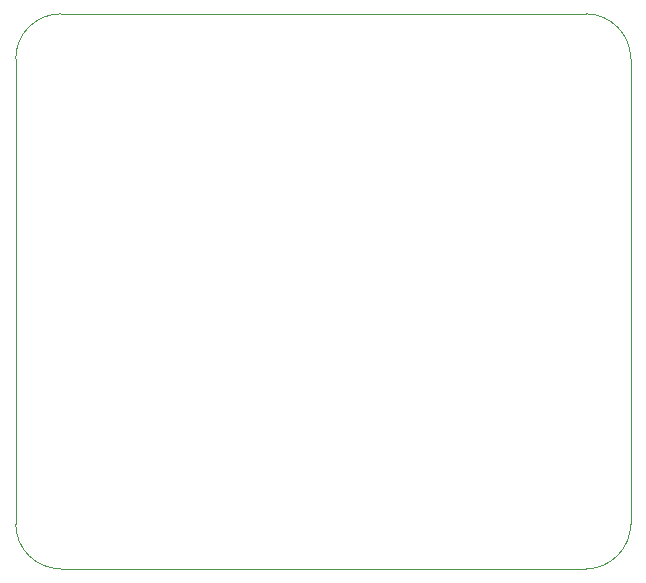
<source format=gbr>
%TF.GenerationSoftware,KiCad,Pcbnew,(5.1.7)-1*%
%TF.CreationDate,2020-10-26T21:29:28-05:00*%
%TF.ProjectId,MuffPi,4d756666-5069-42e6-9b69-6361645f7063,rev?*%
%TF.SameCoordinates,Original*%
%TF.FileFunction,Profile,NP*%
%FSLAX46Y46*%
G04 Gerber Fmt 4.6, Leading zero omitted, Abs format (unit mm)*
G04 Created by KiCad (PCBNEW (5.1.7)-1) date 2020-10-26 21:29:28*
%MOMM*%
%LPD*%
G01*
G04 APERTURE LIST*
%TA.AperFunction,Profile*%
%ADD10C,0.050000*%
%TD*%
G04 APERTURE END LIST*
D10*
X106680000Y-110490000D02*
X151130000Y-110490000D01*
X102870000Y-67310000D02*
X102870000Y-106680000D01*
X106680000Y-63500000D02*
X151130000Y-63500000D01*
X154940000Y-67310000D02*
X154940000Y-106680000D01*
X106680000Y-110490000D02*
G75*
G02*
X102870000Y-106680000I0J3810000D01*
G01*
X154940000Y-106680000D02*
G75*
G02*
X151130000Y-110490000I-3810000J0D01*
G01*
X151130000Y-63500000D02*
G75*
G02*
X154940000Y-67310000I0J-3810000D01*
G01*
X102870000Y-67310000D02*
G75*
G02*
X106680000Y-63500000I3810000J0D01*
G01*
M02*

</source>
